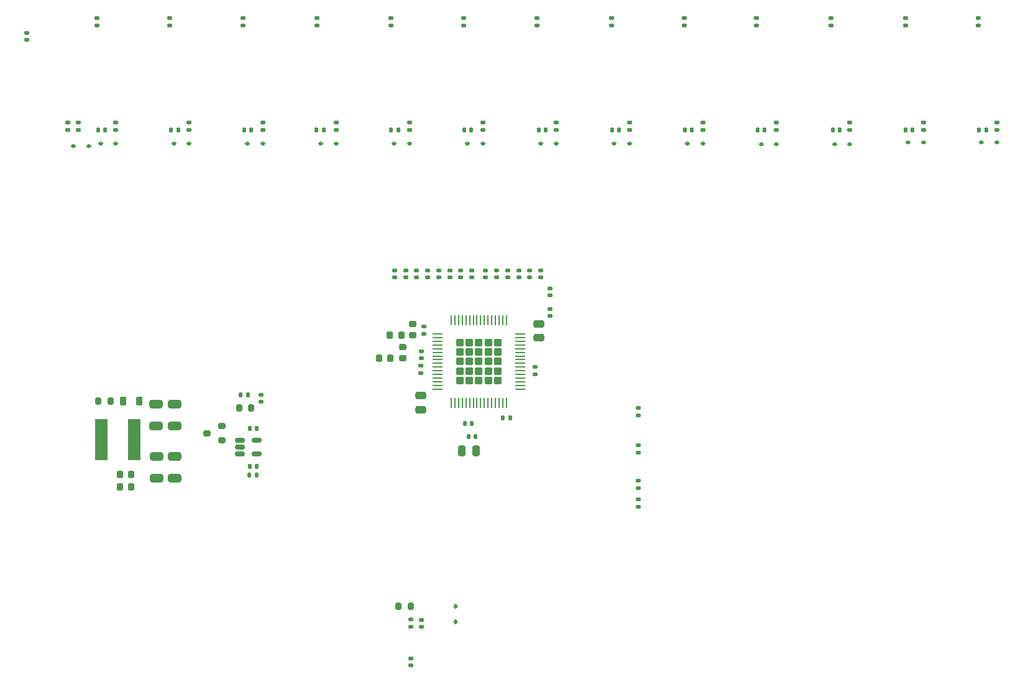
<source format=gtp>
%TF.GenerationSoftware,KiCad,Pcbnew,7.0.1*%
%TF.CreationDate,2023-09-05T22:58:42-07:00*%
%TF.ProjectId,Power_Meter_RPi_Hat_HW,506f7765-725f-44d6-9574-65725f525069,rev?*%
%TF.SameCoordinates,PX686d660PY8f0d180*%
%TF.FileFunction,Paste,Top*%
%TF.FilePolarity,Positive*%
%FSLAX46Y46*%
G04 Gerber Fmt 4.6, Leading zero omitted, Abs format (unit mm)*
G04 Created by KiCad (PCBNEW 7.0.1) date 2023-09-05 22:58:42*
%MOMM*%
%LPD*%
G01*
G04 APERTURE LIST*
G04 Aperture macros list*
%AMRoundRect*
0 Rectangle with rounded corners*
0 $1 Rounding radius*
0 $2 $3 $4 $5 $6 $7 $8 $9 X,Y pos of 4 corners*
0 Add a 4 corners polygon primitive as box body*
4,1,4,$2,$3,$4,$5,$6,$7,$8,$9,$2,$3,0*
0 Add four circle primitives for the rounded corners*
1,1,$1+$1,$2,$3*
1,1,$1+$1,$4,$5*
1,1,$1+$1,$6,$7*
1,1,$1+$1,$8,$9*
0 Add four rect primitives between the rounded corners*
20,1,$1+$1,$2,$3,$4,$5,0*
20,1,$1+$1,$4,$5,$6,$7,0*
20,1,$1+$1,$6,$7,$8,$9,0*
20,1,$1+$1,$8,$9,$2,$3,0*%
G04 Aperture macros list end*
%ADD10RoundRect,0.200000X-0.200000X-0.275000X0.200000X-0.275000X0.200000X0.275000X-0.200000X0.275000X0*%
%ADD11RoundRect,0.218750X-0.218750X-0.381250X0.218750X-0.381250X0.218750X0.381250X-0.218750X0.381250X0*%
%ADD12R,1.700000X5.700000*%
%ADD13RoundRect,0.225000X0.225000X0.250000X-0.225000X0.250000X-0.225000X-0.250000X0.225000X-0.250000X0*%
%ADD14RoundRect,0.250000X-0.650000X0.325000X-0.650000X-0.325000X0.650000X-0.325000X0.650000X0.325000X0*%
%ADD15RoundRect,0.250000X0.650000X-0.325000X0.650000X0.325000X-0.650000X0.325000X-0.650000X-0.325000X0*%
%ADD16RoundRect,0.112500X-0.187500X-0.112500X0.187500X-0.112500X0.187500X0.112500X-0.187500X0.112500X0*%
%ADD17RoundRect,0.112500X0.187500X0.112500X-0.187500X0.112500X-0.187500X-0.112500X0.187500X-0.112500X0*%
%ADD18RoundRect,0.112500X-0.112500X0.187500X-0.112500X-0.187500X0.112500X-0.187500X0.112500X0.187500X0*%
%ADD19RoundRect,0.135000X-0.135000X-0.185000X0.135000X-0.185000X0.135000X0.185000X-0.135000X0.185000X0*%
%ADD20RoundRect,0.140000X-0.170000X0.140000X-0.170000X-0.140000X0.170000X-0.140000X0.170000X0.140000X0*%
%ADD21RoundRect,0.250000X0.475000X-0.250000X0.475000X0.250000X-0.475000X0.250000X-0.475000X-0.250000X0*%
%ADD22RoundRect,0.135000X-0.185000X0.135000X-0.185000X-0.135000X0.185000X-0.135000X0.185000X0.135000X0*%
%ADD23RoundRect,0.140000X0.170000X-0.140000X0.170000X0.140000X-0.170000X0.140000X-0.170000X-0.140000X0*%
%ADD24RoundRect,0.140000X0.140000X0.170000X-0.140000X0.170000X-0.140000X-0.170000X0.140000X-0.170000X0*%
%ADD25RoundRect,0.135000X0.185000X-0.135000X0.185000X0.135000X-0.185000X0.135000X-0.185000X-0.135000X0*%
%ADD26RoundRect,0.218750X-0.218750X-0.256250X0.218750X-0.256250X0.218750X0.256250X-0.218750X0.256250X0*%
%ADD27RoundRect,0.250000X0.250000X0.475000X-0.250000X0.475000X-0.250000X-0.475000X0.250000X-0.475000X0*%
%ADD28RoundRect,0.200000X0.300000X0.200000X-0.300000X0.200000X-0.300000X-0.200000X0.300000X-0.200000X0*%
%ADD29RoundRect,0.140000X-0.140000X-0.170000X0.140000X-0.170000X0.140000X0.170000X-0.140000X0.170000X0*%
%ADD30RoundRect,0.225000X0.250000X-0.225000X0.250000X0.225000X-0.250000X0.225000X-0.250000X-0.225000X0*%
%ADD31RoundRect,0.150000X-0.512500X-0.150000X0.512500X-0.150000X0.512500X0.150000X-0.512500X0.150000X0*%
%ADD32RoundRect,0.135000X0.135000X0.185000X-0.135000X0.185000X-0.135000X-0.185000X0.135000X-0.185000X0*%
%ADD33RoundRect,0.035000X0.662500X-0.075000X0.662500X0.075000X-0.662500X0.075000X-0.662500X-0.075000X0*%
%ADD34RoundRect,0.035000X0.075000X-0.662500X0.075000X0.662500X-0.075000X0.662500X-0.075000X-0.662500X0*%
%ADD35RoundRect,0.250000X0.275000X-0.275000X0.275000X0.275000X-0.275000X0.275000X-0.275000X-0.275000X0*%
G04 APERTURE END LIST*
D10*
%TO.C,R16*%
X11725000Y60500000D03*
X13375000Y60500000D03*
%TD*%
D11*
%TO.C,L2*%
X15125000Y60500000D03*
X17250000Y60500000D03*
%TD*%
D12*
%TO.C,L1*%
X12150000Y55250000D03*
X16650000Y55250000D03*
%TD*%
D13*
%TO.C,C66*%
X16200000Y50450000D03*
X14650000Y50450000D03*
%TD*%
%TO.C,C65*%
X16200000Y48800000D03*
X14650000Y48800000D03*
%TD*%
D14*
%TO.C,C64*%
X19650000Y52950000D03*
X19650000Y50000000D03*
%TD*%
%TO.C,C63*%
X22150000Y52950000D03*
X22150000Y50000000D03*
%TD*%
D15*
%TO.C,C62*%
X22150000Y57050000D03*
X22150000Y60000000D03*
%TD*%
%TO.C,C61*%
X19600000Y57050000D03*
X19600000Y60000000D03*
%TD*%
D16*
%TO.C,D15*%
X8350000Y95150000D03*
X10450000Y95150000D03*
%TD*%
D17*
%TO.C,D14*%
X14100000Y95550000D03*
X12000000Y95550000D03*
%TD*%
%TO.C,D13*%
X24100000Y95500000D03*
X22000000Y95500000D03*
%TD*%
%TO.C,D12*%
X34100000Y95550000D03*
X32000000Y95550000D03*
%TD*%
%TO.C,D11*%
X44100000Y95500000D03*
X42000000Y95500000D03*
%TD*%
%TO.C,D10*%
X54100000Y95500000D03*
X52000000Y95500000D03*
%TD*%
%TO.C,D9*%
X64100000Y95500000D03*
X62000000Y95500000D03*
%TD*%
D18*
%TO.C,D8*%
X60400000Y32500000D03*
X60400000Y30400000D03*
%TD*%
D17*
%TO.C,D7*%
X74100000Y95550000D03*
X72000000Y95550000D03*
%TD*%
%TO.C,D6*%
X84100000Y95550000D03*
X82000000Y95550000D03*
%TD*%
%TO.C,D5*%
X94100000Y95500000D03*
X92000000Y95500000D03*
%TD*%
%TO.C,D4*%
X104100000Y95450000D03*
X102000000Y95450000D03*
%TD*%
%TO.C,D3*%
X114100000Y95450000D03*
X112000000Y95450000D03*
%TD*%
%TO.C,D2*%
X124100000Y95650000D03*
X122000000Y95650000D03*
%TD*%
%TO.C,D1*%
X134100000Y95650000D03*
X132000000Y95650000D03*
%TD*%
D19*
%TO.C,R14*%
X31050000Y61350000D03*
X32070000Y61350000D03*
%TD*%
D20*
%TO.C,C48*%
X21450000Y112600000D03*
X21450000Y111640000D03*
%TD*%
%TO.C,C25*%
X58080000Y78250000D03*
X58080000Y77290000D03*
%TD*%
D21*
%TO.C,C59*%
X55600000Y59300000D03*
X55600000Y61200000D03*
%TD*%
D22*
%TO.C,R12*%
X94100000Y98420000D03*
X94100000Y97400000D03*
%TD*%
D20*
%TO.C,C23*%
X61080000Y78250000D03*
X61080000Y77290000D03*
%TD*%
%TO.C,C27*%
X101400000Y112600000D03*
X101400000Y111640000D03*
%TD*%
D22*
%TO.C,R21*%
X44100000Y98420000D03*
X44100000Y97400000D03*
%TD*%
D23*
%TO.C,C57*%
X1950000Y110610000D03*
X1950000Y109650000D03*
%TD*%
D22*
%TO.C,R20*%
X54100000Y98420000D03*
X54100000Y97400000D03*
%TD*%
D20*
%TO.C,C45*%
X51550000Y112600000D03*
X51550000Y111640000D03*
%TD*%
D10*
%TO.C,R6*%
X30900000Y59500000D03*
X32550000Y59500000D03*
%TD*%
D24*
%TO.C,C8*%
X63130000Y55650000D03*
X62170000Y55650000D03*
%TD*%
D20*
%TO.C,C55*%
X11550000Y112600000D03*
X11550000Y111640000D03*
%TD*%
%TO.C,C22*%
X62580000Y77290000D03*
X62580000Y78250000D03*
%TD*%
%TO.C,C21*%
X64480000Y77310000D03*
X64480000Y78270000D03*
%TD*%
D22*
%TO.C,R10*%
X114100000Y98420000D03*
X114100000Y97400000D03*
%TD*%
D20*
%TO.C,C20*%
X65980000Y77320000D03*
X65980000Y78280000D03*
%TD*%
%TO.C,C33*%
X81600000Y112600000D03*
X81600000Y111640000D03*
%TD*%
D25*
%TO.C,R5*%
X85300000Y48580000D03*
X85300000Y49600000D03*
%TD*%
D24*
%TO.C,C38*%
X92550000Y97400000D03*
X91590000Y97400000D03*
%TD*%
D22*
%TO.C,R25*%
X9000000Y98420000D03*
X9000000Y97400000D03*
%TD*%
%TO.C,R2*%
X85300000Y59510000D03*
X85300000Y58490000D03*
%TD*%
D20*
%TO.C,C16*%
X71980000Y77310000D03*
X71980000Y78270000D03*
%TD*%
%TO.C,C46*%
X41500000Y112600000D03*
X41500000Y111640000D03*
%TD*%
D24*
%TO.C,C51*%
X52560000Y97400000D03*
X51600000Y97400000D03*
%TD*%
D26*
%TO.C,FB1*%
X49925000Y66300000D03*
X51500000Y66300000D03*
%TD*%
D20*
%TO.C,C15*%
X73250000Y74840000D03*
X73250000Y75800000D03*
%TD*%
D23*
%TO.C,C58*%
X7550000Y97400000D03*
X7550000Y98360000D03*
%TD*%
D27*
%TO.C,C60*%
X63150000Y53650000D03*
X61250000Y53650000D03*
%TD*%
D20*
%TO.C,C41*%
X33900000Y61350000D03*
X33900000Y60390000D03*
%TD*%
D28*
%TO.C,Q1*%
X26550000Y56100000D03*
X28550000Y57050000D03*
X28550000Y55150000D03*
%TD*%
D20*
%TO.C,C43*%
X71450000Y112600000D03*
X71450000Y111640000D03*
%TD*%
D22*
%TO.C,R22*%
X34100000Y98420000D03*
X34100000Y97400000D03*
%TD*%
D20*
%TO.C,C9*%
X55600000Y65250000D03*
X55600000Y64290000D03*
%TD*%
D24*
%TO.C,C56*%
X12650000Y97400000D03*
X11690000Y97400000D03*
%TD*%
D20*
%TO.C,C40*%
X54250000Y25400000D03*
X54250000Y24440000D03*
%TD*%
D29*
%TO.C,C11*%
X32340000Y51600000D03*
X33300000Y51600000D03*
%TD*%
D20*
%TO.C,C44*%
X61450000Y112600000D03*
X61450000Y111640000D03*
%TD*%
D30*
%TO.C,C4*%
X53200000Y66300000D03*
X53200000Y67850000D03*
%TD*%
D24*
%TO.C,C54*%
X22600000Y97400000D03*
X21640000Y97400000D03*
%TD*%
%TO.C,C37*%
X102500000Y97400000D03*
X101540000Y97400000D03*
%TD*%
D22*
%TO.C,R13*%
X84100000Y98420000D03*
X84100000Y97400000D03*
%TD*%
%TO.C,R1*%
X85300000Y54420000D03*
X85300000Y53400000D03*
%TD*%
D24*
%TO.C,C52*%
X42400000Y97400000D03*
X41440000Y97400000D03*
%TD*%
D10*
%TO.C,R15*%
X52600000Y32500000D03*
X54250000Y32500000D03*
%TD*%
D20*
%TO.C,C47*%
X31450000Y112600000D03*
X31450000Y111640000D03*
%TD*%
D22*
%TO.C,R9*%
X124100000Y98420000D03*
X124100000Y97400000D03*
%TD*%
D25*
%TO.C,R17*%
X54250000Y29690000D03*
X54250000Y30710000D03*
%TD*%
D23*
%TO.C,C6*%
X56100000Y69650000D03*
X56100000Y70610000D03*
%TD*%
D21*
%TO.C,C3*%
X71700000Y69100000D03*
X71700000Y71000000D03*
%TD*%
D22*
%TO.C,R19*%
X64100000Y98420000D03*
X64100000Y97400000D03*
%TD*%
D31*
%TO.C,U2*%
X31025000Y55150000D03*
X31025000Y54200000D03*
X31025000Y53250000D03*
X33300000Y53250000D03*
X33300000Y55150000D03*
%TD*%
D20*
%TO.C,C42*%
X55750000Y30660000D03*
X55750000Y29700000D03*
%TD*%
%TO.C,C18*%
X68980000Y77310000D03*
X68980000Y78270000D03*
%TD*%
D23*
%TO.C,C7*%
X55750000Y66300000D03*
X55750000Y67260000D03*
%TD*%
D24*
%TO.C,C34*%
X132650000Y97400000D03*
X131690000Y97400000D03*
%TD*%
%TO.C,C39*%
X82650000Y97400000D03*
X81690000Y97400000D03*
%TD*%
%TO.C,C53*%
X32550000Y97400000D03*
X31590000Y97400000D03*
%TD*%
D26*
%TO.C,FB2*%
X51425000Y69450000D03*
X53000000Y69450000D03*
%TD*%
D20*
%TO.C,C14*%
X73250000Y72070000D03*
X73250000Y73030000D03*
%TD*%
D32*
%TO.C,R4*%
X67820000Y58150000D03*
X66800000Y58150000D03*
%TD*%
D20*
%TO.C,C17*%
X70480000Y77310000D03*
X70480000Y78270000D03*
%TD*%
%TO.C,C29*%
X56580000Y78250000D03*
X56580000Y77290000D03*
%TD*%
D30*
%TO.C,C5*%
X54550000Y69450000D03*
X54550000Y71000000D03*
%TD*%
D24*
%TO.C,C35*%
X122650000Y97400000D03*
X121690000Y97400000D03*
%TD*%
D20*
%TO.C,C2*%
X71250000Y65100000D03*
X71250000Y64140000D03*
%TD*%
D25*
%TO.C,R3*%
X85300000Y46030000D03*
X85300000Y47050000D03*
%TD*%
D20*
%TO.C,C26*%
X111550000Y112600000D03*
X111550000Y111640000D03*
%TD*%
D22*
%TO.C,R18*%
X74100000Y98420000D03*
X74100000Y97400000D03*
%TD*%
%TO.C,R23*%
X24100000Y98420000D03*
X24100000Y97400000D03*
%TD*%
%TO.C,R8*%
X134100000Y98420000D03*
X134100000Y97400000D03*
%TD*%
D20*
%TO.C,C31*%
X53580000Y78270000D03*
X53580000Y77310000D03*
%TD*%
%TO.C,C32*%
X52080000Y78270000D03*
X52080000Y77310000D03*
%TD*%
D24*
%TO.C,C50*%
X62500000Y97400000D03*
X61540000Y97400000D03*
%TD*%
D32*
%TO.C,R7*%
X33300000Y50350000D03*
X32280000Y50350000D03*
%TD*%
D24*
%TO.C,C49*%
X72650000Y97400000D03*
X71690000Y97400000D03*
%TD*%
D22*
%TO.C,R24*%
X14100000Y98420000D03*
X14100000Y97400000D03*
%TD*%
%TO.C,R11*%
X104100000Y98420000D03*
X104100000Y97400000D03*
%TD*%
D20*
%TO.C,C12*%
X131550000Y112600000D03*
X131550000Y111640000D03*
%TD*%
%TO.C,C19*%
X67480000Y77310000D03*
X67480000Y78270000D03*
%TD*%
D24*
%TO.C,C1*%
X62580000Y57450000D03*
X61620000Y57450000D03*
%TD*%
D20*
%TO.C,C30*%
X55080000Y78250000D03*
X55080000Y77290000D03*
%TD*%
%TO.C,C13*%
X121650000Y112600000D03*
X121650000Y111640000D03*
%TD*%
%TO.C,C28*%
X91500000Y112600000D03*
X91500000Y111640000D03*
%TD*%
D24*
%TO.C,C36*%
X112700000Y97400000D03*
X111740000Y97400000D03*
%TD*%
%TO.C,C10*%
X33300000Y56750000D03*
X32340000Y56750000D03*
%TD*%
D20*
%TO.C,C24*%
X59580000Y78250000D03*
X59580000Y77290000D03*
%TD*%
D33*
%TO.C,U1*%
X57887500Y62100000D03*
X57887500Y62600000D03*
X57887500Y63100000D03*
X57887500Y63600000D03*
X57887500Y64100000D03*
X57887500Y64600000D03*
X57887500Y65100000D03*
X57887500Y65600000D03*
X57887500Y66100000D03*
X57887500Y66600000D03*
X57887500Y67100000D03*
X57887500Y67600000D03*
X57887500Y68100000D03*
X57887500Y68600000D03*
X57887500Y69100000D03*
X57887500Y69600000D03*
D34*
X59800000Y71512500D03*
X60300000Y71512500D03*
X60800000Y71512500D03*
X61300000Y71512500D03*
X61800000Y71512500D03*
X62300000Y71512500D03*
X62800000Y71512500D03*
X63300000Y71512500D03*
X63800000Y71512500D03*
X64300000Y71512500D03*
X64800000Y71512500D03*
X65300000Y71512500D03*
X65800000Y71512500D03*
X66300000Y71512500D03*
X66800000Y71512500D03*
X67300000Y71512500D03*
D33*
X69212500Y69600000D03*
X69212500Y69100000D03*
X69212500Y68600000D03*
X69212500Y68100000D03*
X69212500Y67600000D03*
X69212500Y67100000D03*
X69212500Y66600000D03*
X69212500Y66100000D03*
X69212500Y65600000D03*
X69212500Y65100000D03*
X69212500Y64600000D03*
X69212500Y64100000D03*
X69212500Y63600000D03*
X69212500Y63100000D03*
X69212500Y62600000D03*
X69212500Y62100000D03*
D34*
X67300000Y60187500D03*
X66800000Y60187500D03*
X66300000Y60187500D03*
X65800000Y60187500D03*
X65300000Y60187500D03*
X64800000Y60187500D03*
X64300000Y60187500D03*
X63800000Y60187500D03*
X63300000Y60187500D03*
X62800000Y60187500D03*
X62300000Y60187500D03*
X61800000Y60187500D03*
X61300000Y60187500D03*
X60800000Y60187500D03*
X60300000Y60187500D03*
X59800000Y60187500D03*
D35*
X66150000Y68450000D03*
X64850000Y68450000D03*
X63550000Y68450000D03*
X62250000Y68450000D03*
X60950000Y68450000D03*
X66150000Y67150000D03*
X64850000Y67150000D03*
X63550000Y67150000D03*
X62250000Y67150000D03*
X60950000Y67150000D03*
X66150000Y65850000D03*
X64850000Y65850000D03*
X63550000Y65850000D03*
X62250000Y65850000D03*
X60950000Y65850000D03*
X66150000Y64550000D03*
X64850000Y64550000D03*
X63550000Y64550000D03*
X62250000Y64550000D03*
X60950000Y64550000D03*
X66150000Y63250000D03*
X64850000Y63250000D03*
X63550000Y63250000D03*
X62250000Y63250000D03*
X60950000Y63250000D03*
%TD*%
M02*

</source>
